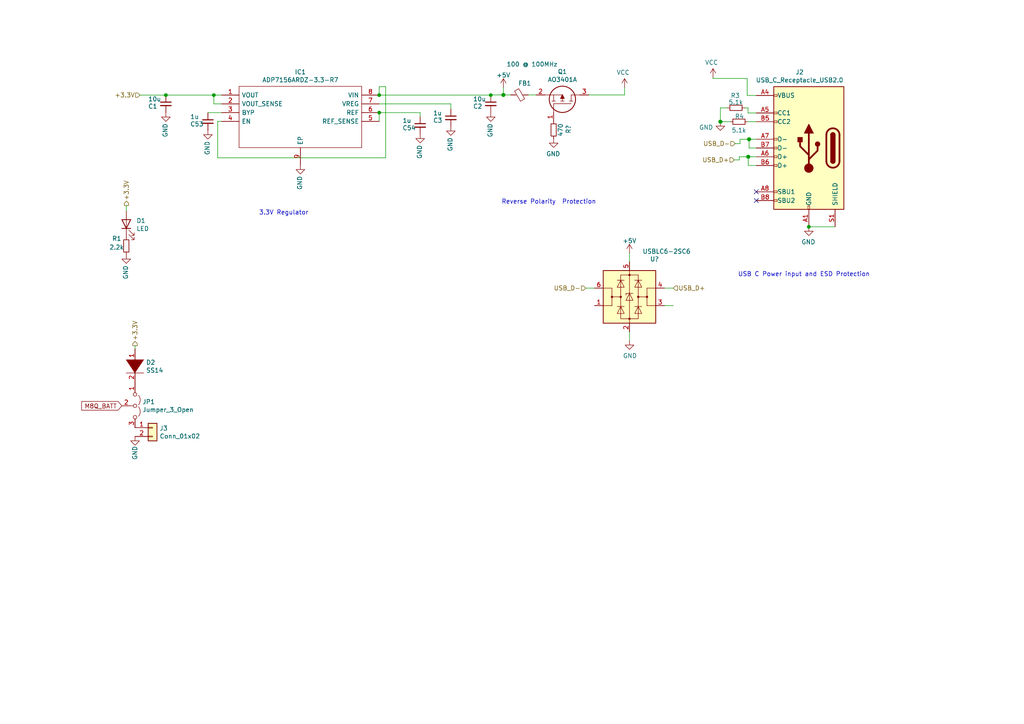
<source format=kicad_sch>
(kicad_sch (version 20210126) (generator eeschema)
  (paper "A4")
  (lib_symbols
    (symbol "Connector:USB_C_Receptacle_USB2.0" (pin_names (offset 1.016))
      (property "Reference" "J" (at -10.16 19.05 0))
      (property "Value" "USB_C_Receptacle_USB2.0" (at 19.05 19.05 0))
      (symbol "USB_C_Receptacle_USB2.0_0_0"
        (rectangle (start -0.254 -17.78) (end 0.254 -16.764))
        (rectangle (start 10.16 -14.986) (end 9.144 -15.494))
        (rectangle (start 10.16 -12.446) (end 9.144 -12.954))
        (rectangle (start 10.16 -4.826) (end 9.144 -5.334))
        (rectangle (start 10.16 -2.286) (end 9.144 -2.794))
        (rectangle (start 10.16 0.254) (end 9.144 -0.254))
        (rectangle (start 10.16 2.794) (end 9.144 2.286))
        (rectangle (start 10.16 7.874) (end 9.144 7.366))
        (rectangle (start 10.16 10.414) (end 9.144 9.906))
        (rectangle (start 10.16 15.494) (end 9.144 14.986))
      )
      (symbol "USB_C_Receptacle_USB2.0_0_1"
        (arc (start -8.89 -3.81) (end -5.08 -3.81) (radius (at -6.985 -3.81) (length 1.905) (angles -179.9 -0.1)) (stroke (width 0.508)))
        (arc (start -7.62 -3.81) (end -6.35 -3.81) (radius (at -6.985 -3.81) (length 0.635) (angles -179.9 -0.1)) (stroke (width 0.254)))
        (arc (start -6.35 3.81) (end -7.62 3.81) (radius (at -6.985 3.81) (length 0.635) (angles 0.1 179.9)) (stroke (width 0.254)))
        (arc (start -5.08 3.81) (end -8.89 3.81) (radius (at -6.985 3.81) (length 1.905) (angles 0.1 179.9)) (stroke (width 0.508)))
        (arc (start -7.62 -3.81) (end -6.35 -3.81) (radius (at -6.985 -3.81) (length 0.635) (angles -179.9 -0.1)) (stroke (width 0.254)) (fill (type outline)))
        (arc (start -6.35 3.81) (end -7.62 3.81) (radius (at -6.985 3.81) (length 0.635) (angles 0.1 179.9)) (stroke (width 0.254)) (fill (type outline)))
        (circle (center -2.54 1.143) (radius 0.635) (stroke (width 0.254)) (fill (type outline)))
        (circle (center 0 -5.842) (radius 1.27) (fill (type outline)))
        (rectangle (start -7.62 -3.81) (end -6.35 3.81) (stroke (width 0.254)) (fill (type outline)))
        (rectangle (start 1.905 1.778) (end 3.175 3.048) (stroke (width 0.254)) (fill (type outline)))
        (rectangle (start -10.16 17.78) (end 10.16 -17.78) (stroke (width 0.254)) (fill (type background)))
        (polyline (pts (xy -8.89 -3.81) (xy -8.89 3.81)) (stroke (width 0.508)))
        (polyline (pts (xy -5.08 3.81) (xy -5.08 -3.81)) (stroke (width 0.508)))
        (polyline (pts (xy 0 -5.842) (xy 0 4.318)) (stroke (width 0.508)))
        (polyline (pts (xy 0 -3.302) (xy -2.54 -0.762) (xy -2.54 0.508)) (stroke (width 0.508)))
        (polyline (pts (xy 0 -2.032) (xy 2.54 0.508) (xy 2.54 1.778)) (stroke (width 0.508)))
        (polyline (pts (xy -1.27 4.318) (xy 0 6.858) (xy 1.27 4.318) (xy -1.27 4.318)) (stroke (width 0.254)) (fill (type outline)))
      )
      (symbol "USB_C_Receptacle_USB2.0_1_1"
        (pin passive line (at 0 -22.86 90) (length 5.08) (name "GND") (number "A1"))
        (pin passive line (at 0 -22.86 90) (length 5.08) hide (name "GND") (number "A12"))
        (pin passive line (at 15.24 15.24 180) (length 5.08) (name "VBUS") (number "A4"))
        (pin bidirectional line (at 15.24 10.16 180) (length 5.08) (name "CC1") (number "A5"))
        (pin bidirectional line (at 15.24 -2.54 180) (length 5.08) (name "D+") (number "A6"))
        (pin bidirectional line (at 15.24 2.54 180) (length 5.08) (name "D-") (number "A7"))
        (pin bidirectional line (at 15.24 -12.7 180) (length 5.08) (name "SBU1") (number "A8"))
        (pin passive line (at 15.24 15.24 180) (length 5.08) hide (name "VBUS") (number "A9"))
        (pin passive line (at 0 -22.86 90) (length 5.08) hide (name "GND") (number "B1"))
        (pin passive line (at 0 -22.86 90) (length 5.08) hide (name "GND") (number "B12"))
        (pin passive line (at 15.24 15.24 180) (length 5.08) hide (name "VBUS") (number "B4"))
        (pin bidirectional line (at 15.24 7.62 180) (length 5.08) (name "CC2") (number "B5"))
        (pin bidirectional line (at 15.24 -5.08 180) (length 5.08) (name "D+") (number "B6"))
        (pin bidirectional line (at 15.24 0 180) (length 5.08) (name "D-") (number "B7"))
        (pin bidirectional line (at 15.24 -15.24 180) (length 5.08) (name "SBU2") (number "B8"))
        (pin passive line (at 15.24 15.24 180) (length 5.08) hide (name "VBUS") (number "B9"))
        (pin passive line (at -7.62 -22.86 90) (length 5.08) (name "SHIELD") (number "S1"))
      )
    )
    (symbol "Connector_Generic:Conn_01x02" (pin_names (offset 1.016) hide)
      (property "Reference" "J" (at 0 2.54 0))
      (property "Value" "Conn_01x02" (at 0 -5.08 0))
      (symbol "Conn_01x02_1_1"
        (rectangle (start -1.27 -2.413) (end 0 -2.667) (stroke (width 0.1524)))
        (rectangle (start -1.27 0.127) (end 0 -0.127) (stroke (width 0.1524)))
        (rectangle (start -1.27 1.27) (end 1.27 -3.81) (stroke (width 0.254)) (fill (type background)))
        (pin passive line (at -5.08 0 0) (length 3.81) (name "Pin_1") (number "1"))
        (pin passive line (at -5.08 -2.54 0) (length 3.81) (name "Pin_2") (number "2"))
      )
    )
    (symbol "Device:C_Small" (pin_numbers hide) (pin_names (offset 0.254) hide)
      (property "Reference" "C" (at 0.254 1.778 0))
      (property "Value" "C_Small" (at 0.254 -2.032 0))
      (symbol "C_Small_0_1"
        (polyline (pts (xy -1.524 -0.508) (xy 1.524 -0.508)) (stroke (width 0.3302)))
        (polyline (pts (xy -1.524 0.508) (xy 1.524 0.508)) (stroke (width 0.3048)))
      )
      (symbol "C_Small_1_1"
        (pin passive line (at 0 2.54 270) (length 2.032) (name "~") (number "1"))
        (pin passive line (at 0 -2.54 90) (length 2.032) (name "~") (number "2"))
      )
    )
    (symbol "Device:FerriteBead_Small" (pin_numbers hide) (pin_names (offset 0))
      (property "Reference" "FB" (at 1.905 1.27 0))
      (property "Value" "FerriteBead_Small" (at 1.905 -1.27 0))
      (symbol "FerriteBead_Small_0_1"
        (polyline (pts (xy 0 -1.27) (xy 0 -0.7874)))
        (polyline (pts (xy 0 0.889) (xy 0 1.2954)))
        (polyline (pts (xy -1.8288 0.2794) (xy -1.1176 1.4986) (xy 1.8288 -0.2032) (xy 1.1176 -1.4224) (xy -1.8288 0.2794)))
      )
      (symbol "FerriteBead_Small_1_1"
        (pin passive line (at 0 2.54 270) (length 1.27) (name "~") (number "1"))
        (pin passive line (at 0 -2.54 90) (length 1.27) (name "~") (number "2"))
      )
    )
    (symbol "Device:LED" (pin_numbers hide) (pin_names (offset 1.016) hide)
      (property "Reference" "D" (at 0 2.54 0))
      (property "Value" "LED" (at 0 -2.54 0))
      (symbol "LED_0_1"
        (polyline (pts (xy -1.27 -1.27) (xy -1.27 1.27)) (stroke (width 0.254)))
        (polyline (pts (xy -1.27 0) (xy 1.27 0)))
        (polyline (pts (xy 1.27 -1.27) (xy 1.27 1.27) (xy -1.27 0) (xy 1.27 -1.27)) (stroke (width 0.254)))
        (polyline (pts (xy -3.048 -0.762) (xy -4.572 -2.286) (xy -3.81 -2.286) (xy -4.572 -2.286) (xy -4.572 -1.524)))
        (polyline (pts (xy -1.778 -0.762) (xy -3.302 -2.286) (xy -2.54 -2.286) (xy -3.302 -2.286) (xy -3.302 -1.524)))
      )
      (symbol "LED_1_1"
        (pin passive line (at -3.81 0 0) (length 2.54) (name "K") (number "1"))
        (pin passive line (at 3.81 0 180) (length 2.54) (name "A") (number "2"))
      )
    )
    (symbol "Device:R_Small" (pin_numbers hide) (pin_names (offset 0.254) hide)
      (property "Reference" "R" (at 0.762 0.508 0))
      (property "Value" "R_Small" (at 0.762 -1.016 0))
      (symbol "R_Small_0_1"
        (rectangle (start -0.762 1.778) (end 0.762 -1.778) (stroke (width 0.2032)))
      )
      (symbol "R_Small_1_1"
        (pin passive line (at 0 2.54 270) (length 0.762) (name "~") (number "1"))
        (pin passive line (at 0 -2.54 90) (length 0.762) (name "~") (number "2"))
      )
    )
    (symbol "Jumper:Jumper_3_Open" (pin_names (offset 0) hide)
      (property "Reference" "JP" (at -2.54 -2.54 0))
      (property "Value" "Jumper_3_Open" (at 0 2.794 0))
      (symbol "Jumper_3_Open_0_0"
        (circle (center -3.302 0) (radius 0.508))
        (circle (center 0 0) (radius 0.508))
        (circle (center 3.302 0) (radius 0.508))
      )
      (symbol "Jumper_3_Open_0_1"
        (arc (start -3.048 1.016) (end -0.254 1.016) (radius (at -1.651 -0.762) (length 2.2606) (angles 128.2 51.8)))
        (arc (start 0.254 1.016) (end 3.048 1.016) (radius (at 1.651 -0.762) (length 2.2606) (angles 128.2 51.8)))
        (polyline (pts (xy 0 -0.508) (xy 0 -1.27)))
      )
      (symbol "Jumper_3_Open_1_1"
        (pin passive line (at -6.35 0 0) (length 2.54) (name "A") (number "1"))
        (pin input line (at 0 -3.81 90) (length 2.54) (name "C") (number "2"))
        (pin passive line (at 6.35 0 180) (length 2.54) (name "B") (number "3"))
      )
    )
    (symbol "Power_Protection:USBLC6-2SC6" (pin_names hide)
      (property "Reference" "U" (at 2.54 8.89 0))
      (property "Value" "USBLC6-2SC6" (at 2.54 -8.89 0))
      (symbol "USBLC6-2SC6_0_1"
        (circle (center -5.08 0) (radius 0.254) (fill (type outline)))
        (circle (center -2.54 0) (radius 0.254) (fill (type outline)))
        (circle (center 0 -6.35) (radius 0.254) (fill (type outline)))
        (circle (center 0 6.35) (radius 0.254) (fill (type outline)))
        (circle (center 2.54 0) (radius 0.254) (fill (type outline)))
        (circle (center 5.08 0) (radius 0.254) (fill (type outline)))
        (rectangle (start -2.54 6.35) (end 2.54 -6.35))
        (rectangle (start -7.62 -7.62) (end 7.62 7.62) (stroke (width 0.254)) (fill (type background)))
        (polyline (pts (xy -5.08 -2.54) (xy -7.62 -2.54)))
        (polyline (pts (xy -5.08 0) (xy -5.08 -2.54)))
        (polyline (pts (xy -5.08 2.54) (xy -7.62 2.54)))
        (polyline (pts (xy -1.524 -2.794) (xy -3.556 -2.794)))
        (polyline (pts (xy -1.524 4.826) (xy -3.556 4.826)))
        (polyline (pts (xy 0 -7.62) (xy 0 -6.35)))
        (polyline (pts (xy 0 -6.35) (xy 0 1.27)))
        (polyline (pts (xy 0 1.27) (xy 0 6.35)))
        (polyline (pts (xy 0 6.35) (xy 0 7.62)))
        (polyline (pts (xy 1.524 -2.794) (xy 3.556 -2.794)))
        (polyline (pts (xy 1.524 4.826) (xy 3.556 4.826)))
        (polyline (pts (xy 5.08 -2.54) (xy 7.62 -2.54)))
        (polyline (pts (xy 5.08 0) (xy 5.08 -2.54)))
        (polyline (pts (xy 5.08 2.54) (xy 7.62 2.54)))
        (polyline (pts (xy -2.54 0) (xy -5.08 0) (xy -5.08 2.54)))
        (polyline (pts (xy 2.54 0) (xy 5.08 0) (xy 5.08 2.54)))
        (polyline (pts (xy -3.556 -4.826) (xy -1.524 -4.826) (xy -2.54 -2.794) (xy -3.556 -4.826)))
        (polyline (pts (xy -3.556 2.794) (xy -1.524 2.794) (xy -2.54 4.826) (xy -3.556 2.794)))
        (polyline (pts (xy -1.016 -1.016) (xy 1.016 -1.016) (xy 0 1.016) (xy -1.016 -1.016)))
        (polyline (pts (xy 1.016 1.016) (xy 0.762 1.016) (xy -1.016 1.016) (xy -1.016 0.508)))
        (polyline (pts (xy 3.556 -4.826) (xy 1.524 -4.826) (xy 2.54 -2.794) (xy 3.556 -4.826)))
        (polyline (pts (xy 3.556 2.794) (xy 1.524 2.794) (xy 2.54 4.826) (xy 3.556 2.794)))
      )
      (symbol "USBLC6-2SC6_1_1"
        (pin passive line (at -10.16 -2.54 0) (length 2.54) (name "I/O1") (number "1"))
        (pin passive line (at 0 -10.16 90) (length 2.54) (name "GND") (number "2"))
        (pin passive line (at 10.16 -2.54 180) (length 2.54) (name "I/O2") (number "3"))
        (pin passive line (at 10.16 2.54 180) (length 2.54) (name "I/O2") (number "4"))
        (pin passive line (at 0 10.16 270) (length 2.54) (name "VBUS") (number "5"))
        (pin passive line (at -10.16 2.54 0) (length 2.54) (name "I/O1") (number "6"))
      )
    )
    (symbol "SamacSys_Parts:ADP7156ARDZ-3.3-R7" (pin_names (offset 0.762))
      (property "Reference" "IC" (at 41.91 7.62 0))
      (property "Value" "ADP7156ARDZ-3.3-R7" (at 41.91 5.08 0))
      (symbol "ADP7156ARDZ-3.3-R7_0_0"
        (pin passive line (at 0 0 0) (length 5.08) (name "VOUT") (number "1"))
        (pin passive line (at 0 -2.54 0) (length 5.08) (name "VOUT_SENSE") (number "2"))
        (pin passive line (at 0 -5.08 0) (length 5.08) (name "BYP") (number "3"))
        (pin passive line (at 0 -7.62 0) (length 5.08) (name "EN") (number "4"))
        (pin passive line (at 45.72 -7.62 180) (length 5.08) (name "REF_SENSE") (number "5"))
        (pin passive line (at 45.72 -5.08 180) (length 5.08) (name "REF") (number "6"))
        (pin passive line (at 45.72 -2.54 180) (length 5.08) (name "VREG") (number "7"))
        (pin passive line (at 45.72 0 180) (length 5.08) (name "VIN") (number "8"))
        (pin passive line (at 22.86 -20.32 90) (length 5.08) (name "EP") (number "9"))
      )
      (symbol "ADP7156ARDZ-3.3-R7_0_1"
        (polyline (pts (xy 5.08 2.54) (xy 40.64 2.54) (xy 40.64 -15.24) (xy 5.08 -15.24) (xy 5.08 2.54)) (stroke (width 0.1524)))
      )
    )
    (symbol "SamacSys_Parts:AO3401A" (pin_names (offset 0.762))
      (property "Reference" "Q" (at 11.43 3.81 0))
      (property "Value" "AO3401A" (at 11.43 1.27 0))
      (symbol "AO3401A_0_0"
        (pin passive line (at 0 0 0) (length 2.54) (name "~") (number "1"))
        (pin passive line (at 7.62 -5.08 90) (length 2.54) (name "~") (number "2"))
        (pin passive line (at 7.62 10.16 270) (length 2.54) (name "~") (number "3"))
      )
      (symbol "AO3401A_0_1"
        (circle (center 6.35 2.54) (radius 3.81) (stroke (width 0.254)))
        (polyline (pts (xy 5.842 -0.508) (xy 5.842 0.508)) (stroke (width 0.1524)))
        (polyline (pts (xy 5.842 0) (xy 7.62 0)) (stroke (width 0.1524)))
        (polyline (pts (xy 5.842 2.032) (xy 5.842 3.048)) (stroke (width 0.1524)))
        (polyline (pts (xy 5.842 5.588) (xy 5.842 4.572)) (stroke (width 0.1524)))
        (polyline (pts (xy 7.62 2.54) (xy 5.842 2.54)) (stroke (width 0.1524)))
        (polyline (pts (xy 7.62 2.54) (xy 7.62 -2.54)) (stroke (width 0.1524)))
        (polyline (pts (xy 7.62 5.08) (xy 5.842 5.08)) (stroke (width 0.1524)))
        (polyline (pts (xy 7.62 5.08) (xy 7.62 7.62)) (stroke (width 0.1524)))
        (polyline (pts (xy 2.54 0) (xy 5.08 0) (xy 5.08 5.08)) (stroke (width 0.1524)))
        (polyline (pts (xy 7.62 2.54) (xy 6.604 3.048) (xy 6.604 2.032) (xy 7.62 2.54)) (stroke (width 0.254)) (fill (type outline)))
      )
    )
    (symbol "power:+5V" (power) (pin_names (offset 0))
      (property "Value" "+5V" (at 0 3.556 0))
      (symbol "+5V_0_1"
        (polyline (pts (xy -0.762 1.27) (xy 0 2.54)))
        (polyline (pts (xy 0 0) (xy 0 2.54)))
        (polyline (pts (xy 0 2.54) (xy 0.762 1.27)))
      )
      (symbol "+5V_1_1"
        (pin power_in line (at 0 0 90) (length 0) hide (name "+5V") (number "1"))
      )
    )
    (symbol "power:GND" (power) (pin_names (offset 0))
      (property "Value" "GND" (at 0 -3.81 0))
      (symbol "GND_0_1"
        (polyline (pts (xy 0 0) (xy 0 -1.27) (xy 1.27 -1.27) (xy 0 -2.54) (xy -1.27 -1.27) (xy 0 -1.27)))
      )
      (symbol "GND_1_1"
        (pin power_in line (at 0 0 270) (length 0) hide (name "GND") (number "1"))
      )
    )
    (symbol "power:VCC" (power) (pin_names (offset 0))
      (property "Value" "VCC" (at 0 3.81 0))
      (symbol "VCC_0_1"
        (polyline (pts (xy -0.762 1.27) (xy 0 2.54)))
        (polyline (pts (xy 0 0) (xy 0 2.54)))
        (polyline (pts (xy 0 2.54) (xy 0.762 1.27)))
      )
      (symbol "VCC_1_1"
        (pin power_in line (at 0 0 90) (length 0) hide (name "VCC") (number "1"))
      )
    )
    (symbol "pspice:DIODE" (pin_names (offset 1.016) hide)
      (property "Reference" "D" (at 0 3.81 0))
      (property "Value" "DIODE" (at 0 -4.445 0))
      (symbol "DIODE_0_1"
        (polyline (pts (xy 1.905 2.54) (xy 1.905 -2.54)))
        (polyline (pts (xy -1.905 2.54) (xy -1.905 -2.54) (xy 1.905 0)) (fill (type outline)))
      )
      (symbol "DIODE_1_1"
        (pin input line (at -5.08 0 0) (length 3.81) (name "K") (number "1"))
        (pin input line (at 5.08 0 180) (length 3.81) (name "A") (number "2"))
      )
    )
  )
  (junction (at 48.1076 27.5844) (diameter 0.9144))
  (junction (at 62.0268 27.5844) (diameter 0.9144))
  (junction (at 109.982 27.5844) (diameter 0.9144))
  (junction (at 109.982 32.6644) (diameter 0.9144))
  (junction (at 142.3416 27.5844) (diameter 0.9144))
  (junction (at 145.9992 27.5336) (diameter 1.016))
  (junction (at 208.9404 35.306) (diameter 1.016))
  (junction (at 217.0176 45.466) (diameter 1.016))
  (junction (at 217.2716 40.386) (diameter 1.016))
  (junction (at 234.5944 65.786) (diameter 0.9144))
  (no_connect (at 219.3544 55.626))
  (no_connect (at 219.3544 58.166))
  (wire (pts (xy 36.6268 59.5884) (xy 36.6776 59.5884)))
  (wire (pts (xy 36.6268 61.1632) (xy 36.6268 59.5884)))
  (wire (pts (xy 39.1668 100.2792) (xy 39.1668 101.1936)))
  (wire (pts (xy 40.5892 27.5844) (xy 48.1076 27.5844)))
  (wire (pts (xy 48.1076 27.5844) (xy 62.0268 27.5844)))
  (wire (pts (xy 60.2996 32.6644) (xy 60.2996 32.7152)))
  (wire (pts (xy 62.0268 27.5844) (xy 62.0268 30.1244)))
  (wire (pts (xy 63.1444 35.2044) (xy 63.1444 45.7708)))
  (wire (pts (xy 64.262 27.5844) (xy 62.0268 27.5844)))
  (wire (pts (xy 64.262 30.1244) (xy 62.0268 30.1244)))
  (wire (pts (xy 64.262 32.6644) (xy 60.2996 32.6644)))
  (wire (pts (xy 64.262 35.2044) (xy 63.1444 35.2044)))
  (wire (pts (xy 109.982 25.146) (xy 109.982 27.5844)))
  (wire (pts (xy 109.982 27.5844) (xy 142.3416 27.5844)))
  (wire (pts (xy 109.982 30.1244) (xy 130.7592 30.1244)))
  (wire (pts (xy 109.982 32.6644) (xy 109.982 35.2044)))
  (wire (pts (xy 111.8616 25.146) (xy 109.982 25.146)))
  (wire (pts (xy 111.8616 25.146) (xy 111.8616 45.7708)))
  (wire (pts (xy 111.8616 45.7708) (xy 63.1444 45.7708)))
  (wire (pts (xy 121.8692 32.6644) (xy 109.982 32.6644)))
  (wire (pts (xy 121.8692 33.8328) (xy 121.8692 32.6644)))
  (wire (pts (xy 130.7592 30.1244) (xy 130.7592 31.6484)))
  (wire (pts (xy 142.3416 27.5336) (xy 142.3416 27.5844)))
  (wire (pts (xy 142.3416 27.5336) (xy 145.9992 27.5336)))
  (wire (pts (xy 145.9992 25.3492) (xy 145.9992 27.5336)))
  (wire (pts (xy 145.9992 27.5336) (xy 148.1328 27.5336)))
  (wire (pts (xy 155.4988 27.5336) (xy 153.2128 27.5336)))
  (wire (pts (xy 169.8752 83.566) (xy 172.4152 83.566)))
  (wire (pts (xy 181.1528 25.3492) (xy 181.1528 27.5336)))
  (wire (pts (xy 181.1528 27.5336) (xy 170.7388 27.5336)))
  (wire (pts (xy 182.5752 73.406) (xy 182.5752 75.946)))
  (wire (pts (xy 182.5752 96.266) (xy 182.5752 98.806)))
  (wire (pts (xy 192.7352 83.566) (xy 195.2752 83.566)))
  (wire (pts (xy 192.7352 88.646) (xy 195.2752 88.646)))
  (wire (pts (xy 206.8068 22.7584) (xy 206.8068 22.4536)))
  (wire (pts (xy 208.9404 31.2928) (xy 208.9404 35.306)))
  (wire (pts (xy 210.9216 31.2928) (xy 208.9404 31.2928)))
  (wire (pts (xy 211.7852 35.306) (xy 208.9404 35.306)))
  (wire (pts (xy 213.2076 41.656) (xy 214.63 41.656)))
  (wire (pts (xy 214.4268 45.466) (xy 214.4268 46.3804)))
  (wire (pts (xy 214.4268 46.3804) (xy 212.9536 46.3804)))
  (wire (pts (xy 214.63 40.386) (xy 214.63 41.656)))
  (wire (pts (xy 216.7128 22.7584) (xy 206.8068 22.7584)))
  (wire (pts (xy 216.7128 22.7584) (xy 216.7128 27.686)))
  (wire (pts (xy 216.9668 31.2928) (xy 216.0016 31.2928)))
  (wire (pts (xy 216.9668 32.766) (xy 216.9668 31.2928)))
  (wire (pts (xy 217.0176 45.466) (xy 214.4268 45.466)))
  (wire (pts (xy 217.0176 45.466) (xy 217.0176 48.006)))
  (wire (pts (xy 217.2716 40.386) (xy 214.63 40.386)))
  (wire (pts (xy 217.2716 42.926) (xy 217.2716 40.386)))
  (wire (pts (xy 219.3544 27.686) (xy 216.7128 27.686)))
  (wire (pts (xy 219.3544 32.766) (xy 216.9668 32.766)))
  (wire (pts (xy 219.3544 35.306) (xy 216.8652 35.306)))
  (wire (pts (xy 219.3544 40.386) (xy 217.2716 40.386)))
  (wire (pts (xy 219.3544 42.926) (xy 217.2716 42.926)))
  (wire (pts (xy 219.3544 45.466) (xy 217.0176 45.466)))
  (wire (pts (xy 219.3544 48.006) (xy 217.0176 48.006)))
  (wire (pts (xy 242.2144 65.786) (xy 234.5944 65.786)))
  (text "3.3V Regulator\n" (at 89.5096 62.5348 180) (effects (font (size 1.27 1.27)) (justify right bottom)))
  (text "Reverse Polarity  Protection\n" (at 172.9232 59.3852 180) (effects (font (size 1.27 1.27)) (justify right bottom)))
  (text "USB C Power input and ESD Protection\n" (at 252.3236 80.4164 180) (effects (font (size 1.27 1.27)) (justify right bottom)))
  (global_label "M8Q_BATT" (shape input) (at 35.3568 117.7036 180) (property "Intersheet References" "${INTERSHEET_REFS}" (effects hide)))
  (hierarchical_label "+3.3V" (shape output) (at 36.6776 59.5884 90))
  (hierarchical_label "+3.3V" (shape output) (at 39.1668 100.2792 90))
  (hierarchical_label "+3.3V" (shape input) (at 40.5892 27.5844 180))
  (hierarchical_label "USB_D-" (shape input) (at 169.8752 83.566 180))
  (hierarchical_label "USB_D+" (shape input) (at 195.2752 83.566 0))
  (hierarchical_label "USB_D+" (shape input) (at 212.9536 46.3804 180))
  (hierarchical_label "USB_D-" (shape input) (at 213.2076 41.656 180))
  (symbol (lib_id "power:+5V") (at 145.9992 25.3492 0) (unit 1)
    (property "Reference" "#PWR?" (effects hide))
    (property "Value" "+5V" (at 145.9992 21.8018 0))
  )
  (symbol (lib_id "power:VCC") (at 181.1528 25.3492 0) (mirror y) (unit 1)
    (property "Reference" "#PWR017" (effects hide))
    (property "Value" "VCC" (at 180.721 21.0248 0))
  )
  (symbol (lib_id "power:+5V") (at 182.5752 73.406 0) (unit 1)
    (property "Reference" "#PWR?" (effects hide))
    (property "Value" "+5V" (at 182.5752 69.8586 0))
  )
  (symbol (lib_id "power:VCC") (at 206.8068 22.4536 0) (mirror y) (unit 1)
    (property "Reference" "#PWR016" (effects hide))
    (property "Value" "VCC" (at 206.375 18.1292 0))
  )
  (symbol (lib_id "power:GND") (at 36.6268 73.8632 0) (unit 1)
    (property "Reference" "#PWR0107" (effects hide))
    (property "Value" "GND" (at 36.449 79.0194 90))
  )
  (symbol (lib_id "power:GND") (at 39.1668 126.5936 0) (unit 1)
    (property "Reference" "#PWR020" (effects hide))
    (property "Value" "GND" (at 39.1287 131.3752 90))
  )
  (symbol (lib_id "power:GND") (at 48.1076 32.6644 0) (unit 1)
    (property "Reference" "#PWR0105" (effects hide))
    (property "Value" "GND" (at 47.9298 37.8206 90))
  )
  (symbol (lib_id "power:GND") (at 60.2996 37.7952 0) (unit 1)
    (property "Reference" "#PWR0106" (effects hide))
    (property "Value" "GND" (at 60.1218 42.9514 90))
  )
  (symbol (lib_id "power:GND") (at 87.122 47.9044 0) (unit 1)
    (property "Reference" "#PWR0101" (effects hide))
    (property "Value" "GND" (at 86.9442 53.0606 90))
  )
  (symbol (lib_id "power:GND") (at 121.8692 38.9128 0) (unit 1)
    (property "Reference" "#PWR0103" (effects hide))
    (property "Value" "GND" (at 121.6914 44.069 90))
  )
  (symbol (lib_id "power:GND") (at 130.7592 36.7284 0) (unit 1)
    (property "Reference" "#PWR0104" (effects hide))
    (property "Value" "GND" (at 130.5814 41.8846 90))
  )
  (symbol (lib_id "power:GND") (at 142.3416 32.6644 0) (unit 1)
    (property "Reference" "#PWR0102" (effects hide))
    (property "Value" "GND" (at 142.1638 37.8206 90))
  )
  (symbol (lib_id "power:GND") (at 160.5788 40.2336 0) (mirror y) (unit 1)
    (property "Reference" "#PWR019" (effects hide))
    (property "Value" "GND" (at 160.4518 44.6278 0))
  )
  (symbol (lib_id "power:GND") (at 182.5752 98.806 0) (unit 1)
    (property "Reference" "#PWR?" (effects hide))
    (property "Value" "GND" (at 182.7022 103.2002 0))
  )
  (symbol (lib_id "power:GND") (at 208.9404 35.306 0) (mirror y) (unit 1)
    (property "Reference" "#PWR018" (effects hide))
    (property "Value" "GND" (at 204.8002 36.957 0))
  )
  (symbol (lib_id "power:GND") (at 234.5944 65.786 0) (mirror y) (unit 1)
    (property "Reference" "#PWR021" (effects hide))
    (property "Value" "GND" (at 234.4674 70.1802 0))
  )
  (symbol (lib_id "Device:R_Small") (at 36.6268 71.3232 180) (unit 1)
    (property "Reference" "R1" (at 33.8644 69.1896 0))
    (property "Value" "2.2k" (at 33.8266 71.729 0))
    (property "Footprint" "Resistor_SMD:R_0603_1608Metric" (effects hide))
    (property "LCSC Part #" " C4190" (effects hide))
  )
  (symbol (lib_id "Device:R_Small") (at 160.5788 37.6936 0) (mirror x) (unit 1)
    (property "Reference" "R?" (at 164.8652 37.4904 90))
    (property "Value" "470" (at 162.5664 37.6932 90))
    (property "Footprint" "Resistor_SMD:R_1206_3216Metric" (effects hide))
    (property "LCSC Part #" "C26033" (effects hide))
    (property "Seeed SKU" "301010495" (effects hide))
  )
  (symbol (lib_id "Device:R_Small") (at 213.4616 31.2928 270) (mirror x) (unit 1)
    (property "Reference" "R3" (at 213.2584 27.7176 90))
    (property "Value" "5.1k" (at 213.4104 29.6608 90))
    (property "Footprint" "Resistor_SMD:R_1206_3216Metric" (effects hide))
    (property "LCSC Part #" "C26033" (effects hide))
    (property "Seeed SKU" "301010495" (effects hide))
  )
  (symbol (lib_id "Device:R_Small") (at 214.3252 35.306 270) (mirror x) (unit 1)
    (property "Reference" "R4" (at 214.4776 33.7628 90))
    (property "Value" "5.1k" (at 214.325 37.789 90))
    (property "Footprint" "Resistor_SMD:R_1206_3216Metric" (effects hide))
    (property "LCSC Part #" "C26033" (effects hide))
    (property "Seeed SKU" "301010495" (effects hide))
  )
  (symbol (lib_id "Device:C_Small") (at 48.1076 30.1244 0) (unit 1)
    (property "Reference" "C1" (at 42.9642 30.8546 0) (effects (justify left)))
    (property "Value" "10u" (at 42.9644 28.7328 0) (effects (justify left)))
    (property "Footprint" "Capacitor_SMD:C_0603_1608Metric" (effects hide))
    (property "LCSC Part #" "C19702" (effects hide))
  )
  (symbol (lib_id "Device:C_Small") (at 60.2996 35.2552 0) (unit 1)
    (property "Reference" "C53" (at 55.1562 35.9854 0) (effects (justify left)))
    (property "Value" "1u" (at 55.156 33.8638 0) (effects (justify left)))
    (property "Footprint" "Capacitor_SMD:C_0603_1608Metric" (effects hide))
    (property "LCSC Part #" "C15849" (effects hide))
  )
  (symbol (lib_id "Device:C_Small") (at 121.8692 36.3728 0) (unit 1)
    (property "Reference" "C54" (at 116.7258 37.103 0) (effects (justify left)))
    (property "Value" "1u" (at 116.7256 34.9814 0) (effects (justify left)))
    (property "Footprint" "Capacitor_SMD:C_0603_1608Metric" (effects hide))
    (property "LCSC Part #" "C15849" (effects hide))
  )
  (symbol (lib_id "Device:C_Small") (at 130.7592 34.1884 0) (unit 1)
    (property "Reference" "C3" (at 125.6158 34.9186 0) (effects (justify left)))
    (property "Value" "1u" (at 125.6156 32.797 0) (effects (justify left)))
    (property "Footprint" "Capacitor_SMD:C_0603_1608Metric" (effects hide))
    (property "LCSC Part #" "C15849" (effects hide))
  )
  (symbol (lib_id "Device:C_Small") (at 142.3416 30.1244 0) (unit 1)
    (property "Reference" "C2" (at 137.1982 30.8546 0) (effects (justify left)))
    (property "Value" "10u" (at 137.1984 28.7328 0) (effects (justify left)))
    (property "Footprint" "Capacitor_SMD:C_0603_1608Metric" (effects hide))
    (property "LCSC Part #" "C19702" (effects hide))
  )
  (symbol (lib_id "Device:FerriteBead_Small") (at 150.6728 27.5336 270) (mirror x) (unit 1)
    (property "Reference" "FB1" (at 152.1968 24.1616 90))
    (property "Value" "100 @ 100MHz" (at 154.3302 18.6374 90))
    (property "Footprint" "Inductor_SMD:L_0805_2012Metric" (effects hide))
    (property "Manufacturer_Part_Number" "BLM21PG600SH1D" (effects hide))
  )
  (symbol (lib_id "Device:LED") (at 36.6268 64.9732 90) (unit 1)
    (property "Reference" "D1" (at 39.5479 64.0143 90) (effects (justify right)))
    (property "Value" "LED" (at 39.5479 66.313 90) (effects (justify right)))
    (property "Footprint" "LED_SMD:LED_0603_1608Metric" (effects hide))
    (property "LCSC Part #" " C72043" (effects hide))
  )
  (symbol (lib_id "Connector_Generic:Conn_01x02") (at 44.2468 124.0536 0) (unit 1)
    (property "Reference" "J3" (at 46.2789 124.225 0) (effects (justify left)))
    (property "Value" "Conn_01x02" (at 46.2789 126.5237 0) (effects (justify left)))
    (property "Footprint" "Connector_Molex:Molex_PicoBlade_53261-0271_1x02-1MP_P1.25mm_Horizontal" (effects hide))
    (property "Digi-Key_PN" "WM7620TR-ND" (effects hide))
    (property "Digikey Link" "https://www.digikey.co.uk/en/products/detail/molex/0532610271/699094?s=N4IgTCBcDaIAwFYDMYBsBGOYDs6QF0BfIA" (effects hide))
    (property "Manufacturer_Part_Number" "0532610271" (effects hide))
  )
  (symbol (lib_id "pspice:DIODE") (at 39.1668 106.2736 270) (unit 1)
    (property "Reference" "D2" (at 42.3419 105.1242 90) (effects (justify left)))
    (property "Value" "SS14" (at 42.3416 107.4234 90) (effects (justify left)))
    (property "Footprint" "Diode_SMD:D_SMA" (effects hide))
    (property "LCSC Part #" "C111631" (effects hide))
    (property "Seeed SKU" "SS14G" (effects hide))
    (property "Digikey Link" "https://www.digikey.co.uk/product-detail/en/on-semiconductor/SS14/SS14CT-ND/965729" (effects hide))
  )
  (symbol (lib_id "Jumper:Jumper_3_Open") (at 39.1668 117.7036 270) (unit 1)
    (property "Reference" "JP1" (at 41.3005 116.5542 90) (effects (justify left)))
    (property "Value" "Jumper_3_Open" (at 41.3005 118.8529 90) (effects (justify left)))
    (property "Footprint" "Jumper:SolderJumper-3_P1.3mm_Open_RoundedPad1.0x1.5mm" (effects hide))
  )
  (symbol (lib_id "SamacSys_Parts:AO3401A") (at 160.5788 35.1536 270) (mirror x) (unit 1)
    (property "Reference" "Q1" (at 163.1188 20.7834 90))
    (property "Value" "AO3401A" (at 163.1188 23.0821 90))
    (property "Footprint" "SamacSys_Parts:SOT95P280X125-3N" (effects hide))
    (property "Datasheet" "http://www.aosmd.com/pdfs/datasheet/AO3401A.pdf" (effects hide))
    (property "Description" "30V P-Channel MOSFET" (effects hide))
    (property "Height" "1.25" (effects hide))
    (property "Manufacturer_Name" "Alpha & Omega Semiconductors" (effects hide))
    (property "Manufacturer_Part_Number" "AO3401A" (effects hide))
    (property "Arrow Part Number" "AO3401A" (effects hide))
    (property "Arrow Price/Stock" "https://www.arrow.com/en/products/ao3401a/alpha-and-omega-semiconductor" (effects hide))
    (property "Digikey Link" "https://www.digikey.co.uk/en/products/detail/alpha-omega-semiconductor-inc/AO3401A/1855773" (effects hide))
  )
  (symbol (lib_id "Power_Protection:USBLC6-2SC6") (at 182.5752 86.106 0) (unit 1)
    (property "Reference" "U?" (at 189.8396 75.1394 0))
    (property "Value" "USBLC6-2SC6" (at 193.3448 72.9169 0))
    (property "Footprint" "Package_TO_SOT_SMD:SOT-23-6" (effects hide))
    (property "Datasheet" "https://www.st.com/resource/en/datasheet/usblc6-2.pdf" (effects hide))
    (property "LCSC Part #" "C7519" (effects hide))
    (property "Manufacturer_Part_Number" "USBLC6-2SC6	" (effects hide))
    (property "Digikey Link" "https://www.digikey.co.uk/en/products/detail/stmicroelectronics/USBLC6-2SC6/1040559" (effects hide))
  )
  (symbol (lib_id "Connector:USB_C_Receptacle_USB2.0") (at 234.5944 42.926 0) (mirror y) (unit 1)
    (property "Reference" "J2" (at 231.9274 20.9358 0))
    (property "Value" "USB_C_Receptacle_USB2.0" (at 231.9274 23.2345 0))
    (property "Footprint" "Connector_USB:USB_C_Receptacle_HRO_TYPE-C-31-M-12" (effects hide))
    (property "Datasheet" "https://www.usb.org/sites/default/files/documents/usb_type-c.zip" (effects hide))
    (property "Manufacturer_Part_Number" "TYPE-C-31-M-12	" (effects hide))
    (property "LCSC Part #" "C165948" (effects hide))
  )
  (symbol (lib_id "SamacSys_Parts:ADP7156ARDZ-3.3-R7") (at 64.262 27.5844 0) (unit 1)
    (property "Reference" "IC1" (at 87.122 20.885 0))
    (property "Value" "ADP7156ARDZ-3.3-R7" (at 87.122 23.1837 0))
    (property "Footprint" "SamacSys_Parts:SOIC127P600X175-9N" (effects hide))
    (property "Datasheet" "http://www.mouser.com/ds/2/609/ADP7156-892457.pdf" (effects hide))
    (property "Description" "LDO Voltage Regulators 3.3/5Vin 1.2A Ultra Low Noise LDO Fixed" (effects hide))
    (property "Height" "1.75" (effects hide))
    (property "Manufacturer_Name" "Analog Devices" (effects hide))
    (property "Manufacturer_Part_Number" "ADP7156ARDZ-3.3-R7" (effects hide))
    (property "Mouser Part Number" "584-ADP7156ARDZ3.3R7" (effects hide))
    (property "Mouser Price/Stock" "https://www.mouser.co.uk/ProductDetail/Analog-Devices/ADP7156ARDZ-33-R7/?qs=JeIcUl65ClBhjUz9im%252BGWQ%3D%3D" (effects hide))
    (property "Arrow Part Number" "ADP7156ARDZ-3.3-R7" (effects hide))
    (property "Arrow Price/Stock" "https://www.arrow.com/en/products/adp7156ardz-3.3-r7/analog-devices" (effects hide))
  )
)
</source>
